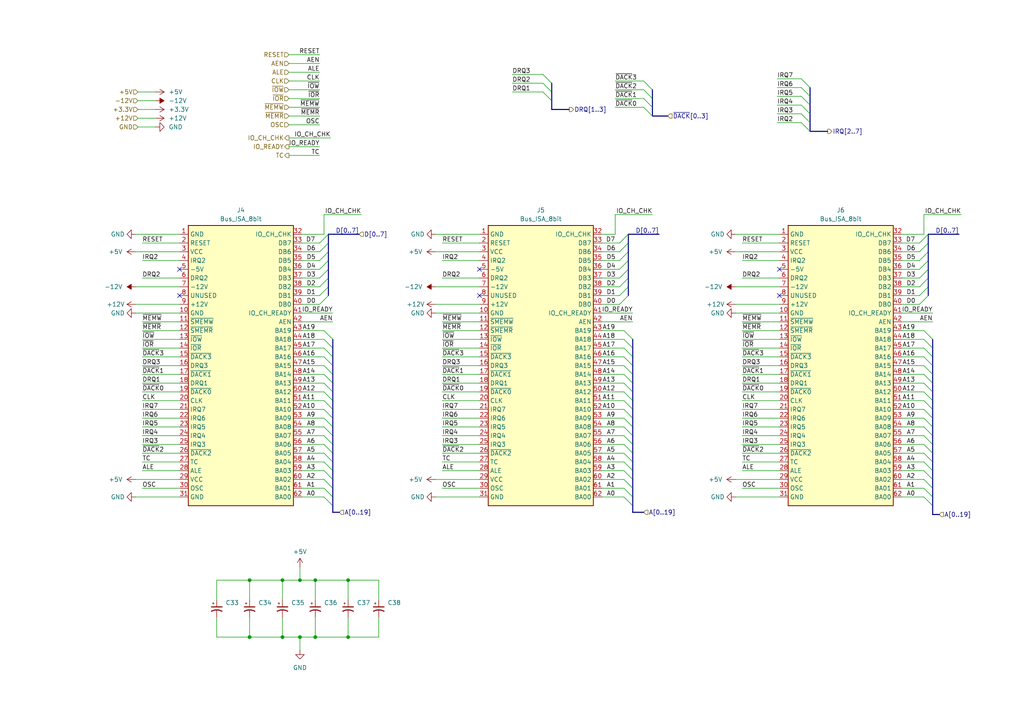
<source format=kicad_sch>
(kicad_sch (version 20231120) (generator "eeschema") (generator_version "8.0")
  (paper "A4")
  (lib_symbols
    (symbol "Custom:Bus_ISA_8bit_Host"
      (property "Reference" "J" (at 0 42.545 0))
      (property "Value" "Bus_ISA_8bit_Host" (at 0 -42.545 0))
      (symbol "Bus_ISA_8bit_Host_0_1"
        (rectangle (start -15.24 40.64) (end 15.24 -40.64) (stroke (width 0.254)) (fill (type background)))
      )
      (symbol "Bus_ISA_8bit_Host_1_1"
        (pin power_in line (at -17.78 38.1 0) (length 2.54) (name "GND") (number "1"))
        (pin power_in line (at -17.78 15.24 0) (length 2.54) (name "GND") (number "10"))
        (pin input line (at -17.78 12.7 0) (length 2.54) (name "~{SMEMW}") (number "11"))
        (pin input line (at -17.78 10.16 0) (length 2.54) (name "~{SMEMR}") (number "12"))
        (pin input line (at -17.78 7.62 0) (length 2.54) (name "~{IOW}") (number "13"))
        (pin input line (at -17.78 5.08 0) (length 2.54) (name "~{IOR}") (number "14"))
        (pin input line (at -17.78 2.54 0) (length 2.54) (name "~{DACK3}") (number "15"))
        (pin tri_state line (at -17.78 0 0) (length 2.54) (name "DRQ3") (number "16"))
        (pin input line (at -17.78 -2.54 0) (length 2.54) (name "~{DACK1}") (number "17"))
        (pin tri_state line (at -17.78 -5.08 0) (length 2.54) (name "DRQ1") (number "18"))
        (pin input line (at -17.78 -7.62 0) (length 2.54) (name "~{DACK0}") (number "19"))
        (pin input line (at -17.78 35.56 0) (length 2.54) (name "RESET") (number "2"))
        (pin input line (at -17.78 -10.16 0) (length 2.54) (name "CLK") (number "20"))
        (pin tri_state line (at -17.78 -12.7 0) (length 2.54) (name "IRQ7") (number "21"))
        (pin tri_state line (at -17.78 -15.24 0) (length 2.54) (name "IRQ6") (number "22"))
        (pin tri_state line (at -17.78 -17.78 0) (length 2.54) (name "IRQ5") (number "23"))
        (pin tri_state line (at -17.78 -20.32 0) (length 2.54) (name "IRQ4") (number "24"))
        (pin tri_state line (at -17.78 -22.86 0) (length 2.54) (name "IRQ3") (number "25"))
        (pin input line (at -17.78 -25.4 0) (length 2.54) (name "~{DACK2}") (number "26"))
        (pin input line (at -17.78 -27.94 0) (length 2.54) (name "TC") (number "27"))
        (pin input line (at -17.78 -30.48 0) (length 2.54) (name "ALE") (number "28"))
        (pin power_in line (at -17.78 -33.02 0) (length 2.54) (name "VCC") (number "29"))
        (pin power_in line (at -17.78 33.02 0) (length 2.54) (name "VCC") (number "3"))
        (pin input line (at -17.78 -35.56 0) (length 2.54) (name "OSC") (number "30"))
        (pin power_in line (at -17.78 -38.1 0) (length 2.54) (name "GND") (number "31"))
        (pin tri_state line (at 17.78 38.1 180) (length 2.54) (name "IO_CH_CHK") (number "32"))
        (pin tri_state line (at 17.78 35.56 180) (length 2.54) (name "DB7") (number "33"))
        (pin tri_state line (at 17.78 33.02 180) (length 2.54) (name "DB6") (number "34"))
        (pin tri_state line (at 17.78 30.48 180) (length 2.54) (name "DB5") (number "35"))
        (pin tri_state line (at 17.78 27.94 180) (length 2.54) (name "DB4") (number "36"))
        (pin tri_state line (at 17.78 25.4 180) (length 2.54) (name "DB3") (number "37"))
        (pin tri_state line (at 17.78 22.86 180) (length 2.54) (name "DB2") (number "38"))
        (pin tri_state line (at 17.78 20.32 180) (length 2.54) (name "DB1") (number "39"))
        (pin tri_state line (at -17.78 30.48 0) (length 2.54) (name "IRQ2") (number "4"))
        (pin tri_state line (at 17.78 17.78 180) (length 2.54) (name "DB0") (number "40"))
        (pin tri_state line (at 17.78 15.24 180) (length 2.54) (name "IO_CH_READY") (number "41"))
        (pin input line (at 17.78 12.7 180) (length 2.54) (name "AEN") (number "42"))
        (pin tri_state line (at 17.78 10.16 180) (length 2.54) (name "BA19") (number "43"))
        (pin tri_state line (at 17.78 7.62 180) (length 2.54) (name "BA18") (number "44"))
        (pin tri_state line (at 17.78 5.08 180) (length 2.54) (name "BA17") (number "45"))
        (pin tri_state line (at 17.78 2.54 180) (length 2.54) (name "BA16") (number "46"))
        (pin tri_state line (at 17.78 0 180) (length 2.54) (name "BA15") (number "47"))
        (pin tri_state line (at 17.78 -2.54 180) (length 2.54) (name "BA14") (number "48"))
        (pin tri_state line (at 17.78 -5.08 180) (length 2.54) (name "BA13") (number "49"))
        (pin power_in line (at -17.78 27.94 0) (length 2.54) (name "-5V") (number "5"))
        (pin tri_state line (at 17.78 -7.62 180) (length 2.54) (name "BA12") (number "50"))
        (pin tri_state line (at 17.78 -10.16 180) (length 2.54) (name "BA11") (number "51"))
        (pin tri_state line (at 17.78 -12.7 180) (length 2.54) (name "BA10") (number "52"))
        (pin tri_state line (at 17.78 -15.24 180) (length 2.54) (name "BA09") (number "53"))
        (pin tri_state line (at 17.78 -17.78 180) (length 2.54) (name "BA08") (number "54"))
        (pin tri_state line (at 17.78 -20.32 180) (length 2.54) (name "BA07") (number "55"))
        (pin tri_state line (at 17.78 -22.86 180) (length 2.54) (name "BA06") (number "56"))
        (pin tri_state line (at 17.78 -25.4 180) (length 2.54) (name "BA05") (number "57"))
        (pin tri_state line (at 17.78 -27.94 180) (length 2.54) (name "BA04") (number "58"))
        (pin tri_state line (at 17.78 -30.48 180) (length 2.54) (name "BA03") (number "59"))
        (pin tri_state line (at -17.78 25.4 0) (length 2.54) (name "DRQ2") (number "6"))
        (pin tri_state line (at 17.78 -33.02 180) (length 2.54) (name "BA02") (number "60"))
        (pin tri_state line (at 17.78 -35.56 180) (length 2.54) (name "BA01") (number "61"))
        (pin tri_state line (at 17.78 -38.1 180) (length 2.54) (name "BA00") (number "62"))
        (pin power_in line (at -17.78 22.86 0) (length 2.54) (name "-12V") (number "7"))
        (pin passive line (at -17.78 20.32 0) (length 2.54) (name "UNUSED") (number "8"))
        (pin power_in line (at -17.78 17.78 0) (length 2.54) (name "+12V") (number "9"))
      )
    )
    (symbol "Device:C_Polarized_Small_US" (pin_numbers hide) (pin_names (offset 0.254) hide)
      (property "Reference" "C" (at 0.254 1.778 0))
      (property "Value" "C_Polarized_Small_US" (at 0.254 -2.032 0))
      (symbol "C_Polarized_Small_US_0_1"
        (polyline (pts (xy -1.524 0.508) (xy 1.524 0.508)) (stroke (width 0.3048)))
        (polyline (pts (xy -1.27 1.524) (xy -0.762 1.524)))
        (polyline (pts (xy -1.016 1.27) (xy -1.016 1.778)))
        (arc (start 1.524 -0.762) (mid 0 -0.3734) (end -1.524 -0.762) (stroke (width 0.3048)))
      )
      (symbol "C_Polarized_Small_US_1_1"
        (pin passive line (at 0 2.54 270) (length 2.032) (name "~") (number "1"))
        (pin passive line (at 0 -2.54 90) (length 2.032) (name "~") (number "2"))
      )
    )
    (symbol "power:+12V" (power) (pin_names (offset 0))
      (property "Value" "+12V" (at 0 3.556 0))
      (symbol "+12V_0_1"
        (polyline (pts (xy -0.762 1.27) (xy 0 2.54)))
        (polyline (pts (xy 0 0) (xy 0 2.54)))
        (polyline (pts (xy 0 2.54) (xy 0.762 1.27)))
      )
      (symbol "+12V_1_1"
        (pin power_in line (at 0 0 90) (length 0) hide (name "+12V") (number "1"))
      )
    )
    (symbol "power:+3.3V" (power) (pin_names (offset 0))
      (property "Value" "+3.3V" (at 0 3.556 0))
      (symbol "+3.3V_0_1"
        (polyline (pts (xy -0.762 1.27) (xy 0 2.54)))
        (polyline (pts (xy 0 0) (xy 0 2.54)))
        (polyline (pts (xy 0 2.54) (xy 0.762 1.27)))
      )
      (symbol "+3.3V_1_1"
        (pin power_in line (at 0 0 90) (length 0) hide (name "+3.3V") (number "1"))
      )
    )
    (symbol "power:+5V" (power) (pin_names (offset 0))
      (property "Value" "+5V" (at 0 3.556 0))
      (symbol "+5V_0_1"
        (polyline (pts (xy -0.762 1.27) (xy 0 2.54)))
        (polyline (pts (xy 0 0) (xy 0 2.54)))
        (polyline (pts (xy 0 2.54) (xy 0.762 1.27)))
      )
      (symbol "+5V_1_1"
        (pin power_in line (at 0 0 90) (length 0) hide (name "+5V") (number "1"))
      )
    )
    (symbol "power:-12V" (power) (pin_names (offset 0))
      (property "Value" "-12V" (at 0 3.81 0))
      (symbol "-12V_0_0"
        (pin power_in line (at 0 0 90) (length 0) hide (name "-12V") (number "1"))
      )
      (symbol "-12V_0_1"
        (polyline (pts (xy 0 0) (xy 0 1.27) (xy 0.762 1.27) (xy 0 2.54) (xy -0.762 1.27) (xy 0 1.27)) (fill (type outline)))
      )
    )
    (symbol "power:GND" (power) (pin_names (offset 0))
      (property "Value" "GND" (at 0 -3.81 0))
      (symbol "GND_0_1"
        (polyline (pts (xy 0 0) (xy 0 -1.27) (xy 1.27 -1.27) (xy 0 -2.54) (xy -1.27 -1.27) (xy 0 -1.27)))
      )
      (symbol "GND_1_1"
        (pin power_in line (at 0 0 270) (length 0) hide (name "GND") (number "1"))
      )
    )
  )
  (junction (at 100.965 168.275))
  (junction (at 91.44 184.785))
  (junction (at 72.39 168.275))
  (junction (at 86.995 168.275))
  (junction (at 86.995 184.785))
  (junction (at 91.44 168.275))
  (junction (at 72.39 184.785))
  (junction (at 81.915 184.785))
  (junction (at 100.965 184.785))
  (junction (at 81.915 168.275))
  (no_connect (at 226.06 78.105))
  (no_connect (at 52.07 78.105))
  (no_connect (at 139.065 78.105))
  (no_connect (at 139.065 85.725))
  (no_connect (at 52.07 85.725))
  (no_connect (at 226.06 85.725))
  (bus_entry (at 183.515 100.965) (size -2.54 -2.54))
  (bus_entry (at 96.52 116.205) (size -2.54 -2.54))
  (bus_entry (at 266.7 78.105) (size 2.54 -2.54))
  (bus_entry (at 96.52 141.605) (size -2.54 -2.54))
  (bus_entry (at 183.515 113.665) (size -2.54 -2.54))
  (bus_entry (at 266.7 75.565) (size 2.54 -2.54))
  (bus_entry (at 183.515 108.585) (size -2.54 -2.54))
  (bus_entry (at 270.51 141.605) (size -2.54 -2.54))
  (bus_entry (at 186.69 23.495) (size 2.54 2.54))
  (bus_entry (at 179.705 75.565) (size 2.54 -2.54))
  (bus_entry (at 179.705 83.185) (size 2.54 -2.54))
  (bus_entry (at 96.52 98.425) (size -2.54 -2.54))
  (bus_entry (at 270.51 116.205) (size -2.54 -2.54))
  (bus_entry (at 232.41 27.94) (size 2.54 2.54))
  (bus_entry (at 92.71 80.645) (size 2.54 -2.54))
  (bus_entry (at 270.51 103.505) (size -2.54 -2.54))
  (bus_entry (at 270.51 131.445) (size -2.54 -2.54))
  (bus_entry (at 183.515 121.285) (size -2.54 -2.54))
  (bus_entry (at 270.51 144.145) (size -2.54 -2.54))
  (bus_entry (at 270.51 106.045) (size -2.54 -2.54))
  (bus_entry (at 157.48 21.59) (size 2.54 2.54))
  (bus_entry (at 186.69 28.575) (size 2.54 2.54))
  (bus_entry (at 96.52 108.585) (size -2.54 -2.54))
  (bus_entry (at 183.515 141.605) (size -2.54 -2.54))
  (bus_entry (at 270.51 133.985) (size -2.54 -2.54))
  (bus_entry (at 96.52 144.145) (size -2.54 -2.54))
  (bus_entry (at 183.515 126.365) (size -2.54 -2.54))
  (bus_entry (at 270.51 139.065) (size -2.54 -2.54))
  (bus_entry (at 183.515 116.205) (size -2.54 -2.54))
  (bus_entry (at 92.71 83.185) (size 2.54 -2.54))
  (bus_entry (at 270.51 121.285) (size -2.54 -2.54))
  (bus_entry (at 157.48 24.13) (size 2.54 2.54))
  (bus_entry (at 183.515 128.905) (size -2.54 -2.54))
  (bus_entry (at 270.51 136.525) (size -2.54 -2.54))
  (bus_entry (at 270.51 118.745) (size -2.54 -2.54))
  (bus_entry (at 96.52 103.505) (size -2.54 -2.54))
  (bus_entry (at 96.52 128.905) (size -2.54 -2.54))
  (bus_entry (at 232.41 33.02) (size 2.54 2.54))
  (bus_entry (at 232.41 30.48) (size 2.54 2.54))
  (bus_entry (at 266.7 80.645) (size 2.54 -2.54))
  (bus_entry (at 179.705 73.025) (size 2.54 -2.54))
  (bus_entry (at 266.7 73.025) (size 2.54 -2.54))
  (bus_entry (at 96.52 123.825) (size -2.54 -2.54))
  (bus_entry (at 183.515 144.145) (size -2.54 -2.54))
  (bus_entry (at 96.52 111.125) (size -2.54 -2.54))
  (bus_entry (at 96.52 131.445) (size -2.54 -2.54))
  (bus_entry (at 270.51 146.685) (size -2.54 -2.54))
  (bus_entry (at 92.71 73.025) (size 2.54 -2.54))
  (bus_entry (at 96.52 126.365) (size -2.54 -2.54))
  (bus_entry (at 186.69 26.035) (size 2.54 2.54))
  (bus_entry (at 96.52 133.985) (size -2.54 -2.54))
  (bus_entry (at 183.515 123.825) (size -2.54 -2.54))
  (bus_entry (at 183.515 146.685) (size -2.54 -2.54))
  (bus_entry (at 266.7 83.185) (size 2.54 -2.54))
  (bus_entry (at 92.71 78.105) (size 2.54 -2.54))
  (bus_entry (at 96.52 136.525) (size -2.54 -2.54))
  (bus_entry (at 92.71 88.265) (size 2.54 -2.54))
  (bus_entry (at 179.705 80.645) (size 2.54 -2.54))
  (bus_entry (at 270.51 100.965) (size -2.54 -2.54))
  (bus_entry (at 96.52 146.685) (size -2.54 -2.54))
  (bus_entry (at 270.51 123.825) (size -2.54 -2.54))
  (bus_entry (at 183.515 131.445) (size -2.54 -2.54))
  (bus_entry (at 270.51 126.365) (size -2.54 -2.54))
  (bus_entry (at 96.52 113.665) (size -2.54 -2.54))
  (bus_entry (at 232.41 22.86) (size 2.54 2.54))
  (bus_entry (at 183.515 139.065) (size -2.54 -2.54))
  (bus_entry (at 270.51 128.905) (size -2.54 -2.54))
  (bus_entry (at 92.71 75.565) (size 2.54 -2.54))
  (bus_entry (at 179.705 78.105) (size 2.54 -2.54))
  (bus_entry (at 232.41 35.56) (size 2.54 2.54))
  (bus_entry (at 179.705 85.725) (size 2.54 -2.54))
  (bus_entry (at 183.515 133.985) (size -2.54 -2.54))
  (bus_entry (at 266.7 70.485) (size 2.54 -2.54))
  (bus_entry (at 232.41 25.4) (size 2.54 2.54))
  (bus_entry (at 183.515 103.505) (size -2.54 -2.54))
  (bus_entry (at 183.515 106.045) (size -2.54 -2.54))
  (bus_entry (at 183.515 98.425) (size -2.54 -2.54))
  (bus_entry (at 266.7 88.265) (size 2.54 -2.54))
  (bus_entry (at 183.515 111.125) (size -2.54 -2.54))
  (bus_entry (at 183.515 118.745) (size -2.54 -2.54))
  (bus_entry (at 270.51 113.665) (size -2.54 -2.54))
  (bus_entry (at 157.48 26.67) (size 2.54 2.54))
  (bus_entry (at 266.7 85.725) (size 2.54 -2.54))
  (bus_entry (at 92.71 70.485) (size 2.54 -2.54))
  (bus_entry (at 270.51 98.425) (size -2.54 -2.54))
  (bus_entry (at 179.705 70.485) (size 2.54 -2.54))
  (bus_entry (at 179.705 88.265) (size 2.54 -2.54))
  (bus_entry (at 96.52 118.745) (size -2.54 -2.54))
  (bus_entry (at 96.52 139.065) (size -2.54 -2.54))
  (bus_entry (at 186.69 31.115) (size 2.54 2.54))
  (bus_entry (at 92.71 85.725) (size 2.54 -2.54))
  (bus_entry (at 96.52 121.285) (size -2.54 -2.54))
  (bus_entry (at 183.515 136.525) (size -2.54 -2.54))
  (bus_entry (at 96.52 100.965) (size -2.54 -2.54))
  (bus_entry (at 96.52 106.045) (size -2.54 -2.54))
  (bus_entry (at 270.51 111.125) (size -2.54 -2.54))
  (bus_entry (at 270.51 108.585) (size -2.54 -2.54))
  (wire (pts (xy 62.865 173.99) (xy 62.865 168.275)))
  (wire (pts (xy 128.27 108.585) (xy 139.065 108.585)))
  (wire (pts (xy 83.82 31.115) (xy 92.71 31.115)))
  (bus (pts (xy 183.515 100.965) (xy 183.515 103.505)))
  (wire (pts (xy 180.975 139.065) (xy 174.625 139.065)))
  (bus (pts (xy 95.25 78.105) (xy 95.25 75.565)))
  (wire (pts (xy 62.865 179.07) (xy 62.865 184.785)))
  (wire (pts (xy 180.975 116.205) (xy 174.625 116.205)))
  (bus (pts (xy 270.51 146.685) (xy 270.51 149.225)))
  (wire (pts (xy 128.27 133.985) (xy 139.065 133.985)))
  (wire (pts (xy 225.425 30.48) (xy 232.41 30.48)))
  (wire (pts (xy 267.97 111.125) (xy 261.62 111.125)))
  (wire (pts (xy 91.44 168.275) (xy 100.965 168.275)))
  (wire (pts (xy 128.27 106.045) (xy 139.065 106.045)))
  (wire (pts (xy 72.39 179.07) (xy 72.39 184.785)))
  (wire (pts (xy 174.625 78.105) (xy 179.705 78.105)))
  (wire (pts (xy 93.98 136.525) (xy 87.63 136.525)))
  (bus (pts (xy 182.245 78.105) (xy 182.245 75.565)))
  (wire (pts (xy 87.63 85.725) (xy 92.71 85.725)))
  (bus (pts (xy 234.95 33.02) (xy 234.95 35.56)))
  (wire (pts (xy 93.98 62.23) (xy 104.775 62.23)))
  (wire (pts (xy 174.625 70.485) (xy 179.705 70.485)))
  (wire (pts (xy 225.425 33.02) (xy 232.41 33.02)))
  (wire (pts (xy 41.275 116.205) (xy 52.07 116.205)))
  (wire (pts (xy 83.82 28.575) (xy 92.71 28.575)))
  (bus (pts (xy 270.51 136.525) (xy 270.51 139.065)))
  (wire (pts (xy 180.975 100.965) (xy 174.625 100.965)))
  (wire (pts (xy 128.27 75.565) (xy 139.065 75.565)))
  (wire (pts (xy 261.62 80.645) (xy 266.7 80.645)))
  (wire (pts (xy 93.98 108.585) (xy 87.63 108.585)))
  (bus (pts (xy 270.51 113.665) (xy 270.51 116.205)))
  (bus (pts (xy 96.52 123.825) (xy 96.52 126.365)))
  (wire (pts (xy 39.37 144.145) (xy 52.07 144.145)))
  (wire (pts (xy 41.275 133.985) (xy 52.07 133.985)))
  (wire (pts (xy 215.265 121.285) (xy 226.06 121.285)))
  (wire (pts (xy 128.27 80.645) (xy 139.065 80.645)))
  (bus (pts (xy 183.515 139.065) (xy 183.515 141.605)))
  (wire (pts (xy 215.265 118.745) (xy 226.06 118.745)))
  (wire (pts (xy 100.965 179.07) (xy 100.965 184.785)))
  (bus (pts (xy 95.25 80.645) (xy 95.25 78.105)))
  (bus (pts (xy 270.51 141.605) (xy 270.51 144.145)))
  (wire (pts (xy 267.97 128.905) (xy 261.62 128.905)))
  (wire (pts (xy 267.97 118.745) (xy 261.62 118.745)))
  (wire (pts (xy 83.82 23.495) (xy 92.71 23.495)))
  (wire (pts (xy 93.98 67.945) (xy 87.63 67.945)))
  (wire (pts (xy 39.37 73.025) (xy 52.07 73.025)))
  (wire (pts (xy 93.98 133.985) (xy 87.63 133.985)))
  (wire (pts (xy 267.97 62.23) (xy 278.765 62.23)))
  (wire (pts (xy 128.27 98.425) (xy 139.065 98.425)))
  (wire (pts (xy 81.915 184.785) (xy 86.995 184.785)))
  (bus (pts (xy 98.425 148.59) (xy 96.52 148.59)))
  (bus (pts (xy 182.245 73.025) (xy 182.245 70.485)))
  (wire (pts (xy 148.59 21.59) (xy 157.48 21.59)))
  (wire (pts (xy 213.36 88.265) (xy 226.06 88.265)))
  (wire (pts (xy 267.97 131.445) (xy 261.62 131.445)))
  (wire (pts (xy 41.275 95.885) (xy 52.07 95.885)))
  (wire (pts (xy 267.97 141.605) (xy 261.62 141.605)))
  (wire (pts (xy 41.275 100.965) (xy 52.07 100.965)))
  (bus (pts (xy 183.515 116.205) (xy 183.515 118.745)))
  (wire (pts (xy 128.27 128.905) (xy 139.065 128.905)))
  (bus (pts (xy 96.52 141.605) (xy 96.52 144.145)))
  (wire (pts (xy 128.27 121.285) (xy 139.065 121.285)))
  (wire (pts (xy 174.625 80.645) (xy 179.705 80.645)))
  (bus (pts (xy 183.515 98.425) (xy 183.515 100.965)))
  (wire (pts (xy 87.63 83.185) (xy 92.71 83.185)))
  (wire (pts (xy 178.435 26.035) (xy 186.69 26.035)))
  (wire (pts (xy 215.265 113.665) (xy 226.06 113.665)))
  (wire (pts (xy 83.82 15.875) (xy 92.71 15.875)))
  (wire (pts (xy 128.27 100.965) (xy 139.065 100.965)))
  (wire (pts (xy 174.625 73.025) (xy 179.705 73.025)))
  (bus (pts (xy 270.51 133.985) (xy 270.51 136.525)))
  (bus (pts (xy 270.51 144.145) (xy 270.51 146.685)))
  (wire (pts (xy 128.27 113.665) (xy 139.065 113.665)))
  (bus (pts (xy 160.02 31.75) (xy 165.1 31.75)))
  (wire (pts (xy 215.265 70.485) (xy 226.06 70.485)))
  (wire (pts (xy 261.62 83.185) (xy 266.7 83.185)))
  (wire (pts (xy 180.975 113.665) (xy 174.625 113.665)))
  (wire (pts (xy 39.37 83.185) (xy 52.07 83.185)))
  (bus (pts (xy 234.95 35.56) (xy 234.95 38.1)))
  (bus (pts (xy 183.515 133.985) (xy 183.515 136.525)))
  (wire (pts (xy 178.435 23.495) (xy 186.69 23.495)))
  (bus (pts (xy 96.52 136.525) (xy 96.52 139.065)))
  (wire (pts (xy 91.44 179.07) (xy 91.44 184.785)))
  (wire (pts (xy 86.995 168.275) (xy 91.44 168.275)))
  (wire (pts (xy 93.98 144.145) (xy 87.63 144.145)))
  (bus (pts (xy 183.515 128.905) (xy 183.515 131.445)))
  (wire (pts (xy 40.005 36.83) (xy 45.085 36.83)))
  (wire (pts (xy 215.265 75.565) (xy 226.06 75.565)))
  (bus (pts (xy 96.52 133.985) (xy 96.52 136.525)))
  (wire (pts (xy 87.63 75.565) (xy 92.71 75.565)))
  (bus (pts (xy 96.52 131.445) (xy 96.52 133.985)))
  (wire (pts (xy 261.62 93.345) (xy 270.51 93.345)))
  (wire (pts (xy 128.27 136.525) (xy 139.065 136.525)))
  (wire (pts (xy 81.915 179.07) (xy 81.915 184.785)))
  (bus (pts (xy 183.515 106.045) (xy 183.515 108.585)))
  (wire (pts (xy 178.435 62.23) (xy 189.23 62.23)))
  (wire (pts (xy 180.975 133.985) (xy 174.625 133.985)))
  (bus (pts (xy 95.25 70.485) (xy 95.25 67.945)))
  (wire (pts (xy 267.97 116.205) (xy 261.62 116.205)))
  (wire (pts (xy 267.97 144.145) (xy 261.62 144.145)))
  (wire (pts (xy 83.82 33.655) (xy 92.71 33.655)))
  (wire (pts (xy 267.97 121.285) (xy 261.62 121.285)))
  (wire (pts (xy 215.265 95.885) (xy 226.06 95.885)))
  (wire (pts (xy 174.625 90.805) (xy 183.515 90.805)))
  (bus (pts (xy 182.245 70.485) (xy 182.245 67.945)))
  (wire (pts (xy 81.915 168.275) (xy 86.995 168.275)))
  (bus (pts (xy 183.515 136.525) (xy 183.515 139.065)))
  (wire (pts (xy 215.265 80.645) (xy 226.06 80.645)))
  (wire (pts (xy 41.275 93.345) (xy 52.07 93.345)))
  (bus (pts (xy 96.52 146.685) (xy 96.52 148.59)))
  (wire (pts (xy 215.265 141.605) (xy 226.06 141.605)))
  (wire (pts (xy 215.265 100.965) (xy 226.06 100.965)))
  (wire (pts (xy 41.275 126.365) (xy 52.07 126.365)))
  (wire (pts (xy 83.82 36.195) (xy 92.71 36.195)))
  (wire (pts (xy 128.27 103.505) (xy 139.065 103.505)))
  (wire (pts (xy 91.44 173.99) (xy 91.44 168.275)))
  (wire (pts (xy 40.005 26.67) (xy 45.085 26.67)))
  (wire (pts (xy 93.98 141.605) (xy 87.63 141.605)))
  (bus (pts (xy 183.515 144.145) (xy 183.515 146.685)))
  (wire (pts (xy 215.265 126.365) (xy 226.06 126.365)))
  (bus (pts (xy 96.52 113.665) (xy 96.52 116.205)))
  (wire (pts (xy 215.265 98.425) (xy 226.06 98.425)))
  (wire (pts (xy 178.435 31.115) (xy 186.69 31.115)))
  (bus (pts (xy 270.51 121.285) (xy 270.51 123.825)))
  (wire (pts (xy 225.425 27.94) (xy 232.41 27.94)))
  (wire (pts (xy 225.425 25.4) (xy 232.41 25.4)))
  (wire (pts (xy 126.365 144.145) (xy 139.065 144.145)))
  (wire (pts (xy 128.27 131.445) (xy 139.065 131.445)))
  (bus (pts (xy 191.135 67.945) (xy 182.245 67.945)))
  (wire (pts (xy 267.97 67.945) (xy 261.62 67.945)))
  (bus (pts (xy 183.515 118.745) (xy 183.515 121.285)))
  (bus (pts (xy 183.515 131.445) (xy 183.515 133.985)))
  (wire (pts (xy 180.975 108.585) (xy 174.625 108.585)))
  (wire (pts (xy 41.275 113.665) (xy 52.07 113.665)))
  (wire (pts (xy 261.62 88.265) (xy 266.7 88.265)))
  (wire (pts (xy 41.275 80.645) (xy 52.07 80.645)))
  (bus (pts (xy 183.515 146.685) (xy 183.515 148.59)))
  (wire (pts (xy 81.915 173.99) (xy 81.915 168.275)))
  (wire (pts (xy 180.975 141.605) (xy 174.625 141.605)))
  (wire (pts (xy 93.98 98.425) (xy 87.63 98.425)))
  (wire (pts (xy 213.36 67.945) (xy 226.06 67.945)))
  (wire (pts (xy 126.365 73.025) (xy 139.065 73.025)))
  (bus (pts (xy 269.24 80.645) (xy 269.24 78.105)))
  (wire (pts (xy 93.98 103.505) (xy 87.63 103.505)))
  (wire (pts (xy 215.265 128.905) (xy 226.06 128.905)))
  (wire (pts (xy 93.98 126.365) (xy 87.63 126.365)))
  (wire (pts (xy 109.855 173.99) (xy 109.855 168.275)))
  (bus (pts (xy 183.515 141.605) (xy 183.515 144.145)))
  (bus (pts (xy 96.52 128.905) (xy 96.52 131.445)))
  (wire (pts (xy 267.97 113.665) (xy 261.62 113.665)))
  (wire (pts (xy 215.265 123.825) (xy 226.06 123.825)))
  (wire (pts (xy 83.82 20.955) (xy 92.71 20.955)))
  (bus (pts (xy 160.02 29.21) (xy 160.02 31.75)))
  (bus (pts (xy 183.515 111.125) (xy 183.515 113.665)))
  (wire (pts (xy 174.625 85.725) (xy 179.705 85.725)))
  (bus (pts (xy 183.515 108.585) (xy 183.515 111.125)))
  (wire (pts (xy 41.275 106.045) (xy 52.07 106.045)))
  (bus (pts (xy 186.69 148.59) (xy 183.515 148.59)))
  (wire (pts (xy 40.005 34.29) (xy 45.085 34.29)))
  (bus (pts (xy 183.515 121.285) (xy 183.515 123.825)))
  (wire (pts (xy 62.865 168.275) (xy 72.39 168.275)))
  (wire (pts (xy 87.63 80.645) (xy 92.71 80.645)))
  (wire (pts (xy 39.37 67.945) (xy 52.07 67.945)))
  (wire (pts (xy 178.435 62.23) (xy 178.435 67.945)))
  (bus (pts (xy 270.51 118.745) (xy 270.51 121.285)))
  (wire (pts (xy 100.965 184.785) (xy 109.855 184.785)))
  (bus (pts (xy 234.95 38.1) (xy 240.03 38.1)))
  (wire (pts (xy 93.98 131.445) (xy 87.63 131.445)))
  (wire (pts (xy 267.97 98.425) (xy 261.62 98.425)))
  (wire (pts (xy 40.005 31.75) (xy 45.085 31.75)))
  (bus (pts (xy 269.24 73.025) (xy 269.24 70.485)))
  (wire (pts (xy 41.275 128.905) (xy 52.07 128.905)))
  (wire (pts (xy 128.27 141.605) (xy 139.065 141.605)))
  (wire (pts (xy 215.265 111.125) (xy 226.06 111.125)))
  (wire (pts (xy 41.275 111.125) (xy 52.07 111.125)))
  (bus (pts (xy 270.51 126.365) (xy 270.51 128.905)))
  (wire (pts (xy 180.975 144.145) (xy 174.625 144.145)))
  (wire (pts (xy 180.975 131.445) (xy 174.625 131.445)))
  (wire (pts (xy 213.36 73.025) (xy 226.06 73.025)))
  (bus (pts (xy 234.95 27.94) (xy 234.95 30.48)))
  (bus (pts (xy 278.13 67.945) (xy 269.24 67.945)))
  (wire (pts (xy 267.97 123.825) (xy 261.62 123.825)))
  (bus (pts (xy 183.515 113.665) (xy 183.515 116.205)))
  (bus (pts (xy 95.25 83.185) (xy 95.25 80.645)))
  (wire (pts (xy 93.98 128.905) (xy 87.63 128.905)))
  (wire (pts (xy 41.275 121.285) (xy 52.07 121.285)))
  (bus (pts (xy 270.51 98.425) (xy 270.51 100.965)))
  (bus (pts (xy 189.23 31.115) (xy 189.23 33.655)))
  (bus (pts (xy 234.95 25.4) (xy 234.95 27.94)))
  (wire (pts (xy 93.98 116.205) (xy 87.63 116.205)))
  (wire (pts (xy 41.275 103.505) (xy 52.07 103.505)))
  (bus (pts (xy 269.24 78.105) (xy 269.24 75.565)))
  (wire (pts (xy 267.97 62.23) (xy 267.97 67.945)))
  (wire (pts (xy 93.98 118.745) (xy 87.63 118.745)))
  (wire (pts (xy 148.59 24.13) (xy 157.48 24.13)))
  (wire (pts (xy 72.39 184.785) (xy 81.915 184.785)))
  (wire (pts (xy 100.965 168.275) (xy 109.855 168.275)))
  (wire (pts (xy 93.98 100.965) (xy 87.63 100.965)))
  (wire (pts (xy 128.27 123.825) (xy 139.065 123.825)))
  (bus (pts (xy 96.52 103.505) (xy 96.52 106.045)))
  (wire (pts (xy 261.62 75.565) (xy 266.7 75.565)))
  (bus (pts (xy 96.52 121.285) (xy 96.52 123.825)))
  (wire (pts (xy 126.365 139.065) (xy 139.065 139.065)))
  (bus (pts (xy 96.52 126.365) (xy 96.52 128.905)))
  (wire (pts (xy 100.965 173.99) (xy 100.965 168.275)))
  (wire (pts (xy 267.97 100.965) (xy 261.62 100.965)))
  (wire (pts (xy 83.82 40.005) (xy 95.885 40.005)))
  (wire (pts (xy 86.995 184.785) (xy 91.44 184.785)))
  (wire (pts (xy 215.265 131.445) (xy 226.06 131.445)))
  (wire (pts (xy 126.365 88.265) (xy 139.065 88.265)))
  (wire (pts (xy 225.425 22.86) (xy 232.41 22.86)))
  (bus (pts (xy 96.52 100.965) (xy 96.52 103.505)))
  (wire (pts (xy 40.005 29.21) (xy 45.085 29.21)))
  (wire (pts (xy 83.82 26.035) (xy 92.71 26.035)))
  (bus (pts (xy 270.51 139.065) (xy 270.51 141.605)))
  (wire (pts (xy 93.98 121.285) (xy 87.63 121.285)))
  (wire (pts (xy 261.62 90.805) (xy 270.51 90.805)))
  (wire (pts (xy 87.63 90.805) (xy 96.52 90.805)))
  (wire (pts (xy 86.995 184.785) (xy 86.995 188.595)))
  (wire (pts (xy 41.275 98.425) (xy 52.07 98.425)))
  (wire (pts (xy 128.27 111.125) (xy 139.065 111.125)))
  (wire (pts (xy 83.82 18.415) (xy 92.71 18.415)))
  (bus (pts (xy 96.52 106.045) (xy 96.52 108.585)))
  (wire (pts (xy 87.63 88.265) (xy 92.71 88.265)))
  (bus (pts (xy 182.245 85.725) (xy 182.245 83.185)))
  (wire (pts (xy 213.36 139.065) (xy 226.06 139.065)))
  (bus (pts (xy 95.25 73.025) (xy 95.25 70.485)))
  (wire (pts (xy 128.27 116.205) (xy 139.065 116.205)))
  (wire (pts (xy 91.44 184.785) (xy 100.965 184.785)))
  (wire (pts (xy 41.275 136.525) (xy 52.07 136.525)))
  (wire (pts (xy 87.63 93.345) (xy 96.52 93.345)))
  (wire (pts (xy 126.365 90.805) (xy 139.065 90.805)))
  (wire (pts (xy 174.625 83.185) (xy 179.705 83.185)))
  (bus (pts (xy 96.52 98.425) (xy 96.52 100.965)))
  (wire (pts (xy 128.27 118.745) (xy 139.065 118.745)))
  (wire (pts (xy 267.97 106.045) (xy 261.62 106.045)))
  (wire (pts (xy 128.27 126.365) (xy 139.065 126.365)))
  (wire (pts (xy 261.62 70.485) (xy 266.7 70.485)))
  (bus (pts (xy 95.25 85.725) (xy 95.25 83.185)))
  (wire (pts (xy 126.365 67.945) (xy 139.065 67.945)))
  (wire (pts (xy 267.97 103.505) (xy 261.62 103.505)))
  (wire (pts (xy 93.98 62.23) (xy 93.98 67.945)))
  (wire (pts (xy 178.435 28.575) (xy 186.69 28.575)))
  (bus (pts (xy 270.51 116.205) (xy 270.51 118.745)))
  (wire (pts (xy 93.98 111.125) (xy 87.63 111.125)))
  (bus (pts (xy 160.02 26.67) (xy 160.02 29.21)))
  (wire (pts (xy 215.265 103.505) (xy 226.06 103.505)))
  (wire (pts (xy 39.37 88.265) (xy 52.07 88.265)))
  (bus (pts (xy 160.02 24.13) (xy 160.02 26.67)))
  (bus (pts (xy 270.51 100.965) (xy 270.51 103.505)))
  (wire (pts (xy 174.625 93.345) (xy 183.515 93.345)))
  (wire (pts (xy 267.97 139.065) (xy 261.62 139.065)))
  (bus (pts (xy 270.51 131.445) (xy 270.51 133.985)))
  (bus (pts (xy 96.52 108.585) (xy 96.52 111.125)))
  (bus (pts (xy 269.24 83.185) (xy 269.24 80.645)))
  (wire (pts (xy 180.975 95.885) (xy 174.625 95.885)))
  (wire (pts (xy 180.975 126.365) (xy 174.625 126.365)))
  (wire (pts (xy 213.36 83.185) (xy 226.06 83.185)))
  (wire (pts (xy 180.975 111.125) (xy 174.625 111.125)))
  (wire (pts (xy 41.275 118.745) (xy 52.07 118.745)))
  (bus (pts (xy 96.52 111.125) (xy 96.52 113.665)))
  (bus (pts (xy 270.51 111.125) (xy 270.51 113.665)))
  (wire (pts (xy 215.265 108.585) (xy 226.06 108.585)))
  (wire (pts (xy 267.97 136.525) (xy 261.62 136.525)))
  (wire (pts (xy 93.98 95.885) (xy 87.63 95.885)))
  (wire (pts (xy 178.435 67.945) (xy 174.625 67.945)))
  (wire (pts (xy 62.865 184.785) (xy 72.39 184.785)))
  (bus (pts (xy 95.25 75.565) (xy 95.25 73.025)))
  (bus (pts (xy 270.51 123.825) (xy 270.51 126.365)))
  (wire (pts (xy 39.37 139.065) (xy 52.07 139.065)))
  (wire (pts (xy 86.995 164.465) (xy 86.995 168.275)))
  (wire (pts (xy 180.975 106.045) (xy 174.625 106.045)))
  (wire (pts (xy 213.36 90.805) (xy 226.06 90.805)))
  (wire (pts (xy 72.39 173.99) (xy 72.39 168.275)))
  (bus (pts (xy 269.24 85.725) (xy 269.24 83.185)))
  (wire (pts (xy 180.975 123.825) (xy 174.625 123.825)))
  (bus (pts (xy 189.23 33.655) (xy 193.675 33.655)))
  (bus (pts (xy 182.245 83.185) (xy 182.245 80.645)))
  (bus (pts (xy 269.24 70.485) (xy 269.24 67.945)))
  (bus (pts (xy 189.23 26.035) (xy 189.23 28.575)))
  (wire (pts (xy 83.82 45.085) (xy 92.71 45.085)))
  (bus (pts (xy 96.52 118.745) (xy 96.52 121.285)))
  (wire (pts (xy 128.27 93.345) (xy 139.065 93.345)))
  (wire (pts (xy 72.39 168.275) (xy 81.915 168.275)))
  (wire (pts (xy 267.97 95.885) (xy 261.62 95.885)))
  (wire (pts (xy 87.63 78.105) (xy 92.71 78.105)))
  (wire (pts (xy 215.265 93.345) (xy 226.06 93.345)))
  (wire (pts (xy 128.27 70.485) (xy 139.065 70.485)))
  (bus (pts (xy 189.23 28.575) (xy 189.23 31.115)))
  (wire (pts (xy 267.97 133.985) (xy 261.62 133.985)))
  (wire (pts (xy 180.975 98.425) (xy 174.625 98.425)))
  (wire (pts (xy 215.265 136.525) (xy 226.06 136.525)))
  (wire (pts (xy 261.62 73.025) (xy 266.7 73.025)))
  (wire (pts (xy 41.275 108.585) (xy 52.07 108.585)))
  (wire (pts (xy 41.275 123.825) (xy 52.07 123.825)))
  (bus (pts (xy 96.52 116.205) (xy 96.52 118.745)))
  (bus (pts (xy 270.51 103.505) (xy 270.51 106.045)))
  (bus (pts (xy 182.245 80.645) (xy 182.245 78.105)))
  (wire (pts (xy 39.37 90.805) (xy 52.07 90.805)))
  (wire (pts (xy 180.975 121.285) (xy 174.625 121.285)))
  (bus (pts (xy 183.515 123.825) (xy 183.515 126.365)))
  (wire (pts (xy 267.97 108.585) (xy 261.62 108.585)))
  (bus (pts (xy 183.515 126.365) (xy 183.515 128.905)))
  (wire (pts (xy 148.59 26.67) (xy 157.48 26.67)))
  (wire (pts (xy 128.27 95.885) (xy 139.065 95.885)))
  (wire (pts (xy 126.365 83.185) (xy 139.065 83.185)))
  (wire (pts (xy 93.98 106.045) (xy 87.63 106.045)))
  (wire (pts (xy 174.625 75.565) (xy 179.705 75.565)))
  (wire (pts (xy 41.275 75.565) (xy 52.07 75.565)))
  (wire (pts (xy 180.975 118.745) (xy 174.625 118.745)))
  (wire (pts (xy 213.36 144.145) (xy 226.06 144.145)))
  (wire (pts (xy 87.63 70.485) (xy 92.71 70.485)))
  (wire (pts (xy 180.975 128.905) (xy 174.625 128.905)))
  (wire (pts (xy 93.98 139.065) (xy 87.63 139.065)))
  (wire (pts (xy 267.97 126.365) (xy 261.62 126.365)))
  (wire (pts (xy 215.265 106.045) (xy 226.06 106.045)))
  (bus (pts (xy 272.415 149.225) (xy 270.51 149.225)))
  (bus (pts (xy 96.52 144.145) (xy 96.52 146.685)))
  (wire (pts (xy 41.275 141.605) (xy 52.07 141.605)))
  (bus (pts (xy 270.51 106.045) (xy 270.51 108.585)))
  (bus (pts (xy 270.51 108.585) (xy 270.51 111.125)))
  (wire (pts (xy 83.82 42.545) (xy 92.71 42.545)))
  (wire (pts (xy 41.275 131.445) (xy 52.07 131.445)))
  (wire (pts (xy 93.98 113.665) (xy 87.63 113.665)))
  (bus (pts (xy 270.51 128.905) (xy 270.51 131.445)))
  (wire (pts (xy 261.62 85.725) (xy 266.7 85.725)))
  (bus (pts (xy 269.24 75.565) (xy 269.24 73.025)))
  (wire (pts (xy 87.63 73.025) (xy 92.71 73.025)))
  (wire (pts (xy 109.855 179.07) (xy 109.855 184.785)))
  (bus (pts (xy 96.52 139.065) (xy 96.52 141.605)))
  (wire (pts (xy 174.625 88.265) (xy 179.705 88.265)))
  (wire (pts (xy 180.975 136.525) (xy 174.625 136.525)))
  (bus (pts (xy 104.14 67.945) (xy 95.25 67.945)))
  (wire (pts (xy 41.275 70.485) (xy 52.07 70.485)))
  (bus (pts (xy 234.95 30.48) (xy 234.95 33.02)))
  (wire (pts (xy 215.265 116.205) (xy 226.06 116.205)))
  (bus (pts (xy 182.245 75.565) (xy 182.245 73.025)))
  (wire (pts (xy 93.98 123.825) (xy 87.63 123.825)))
  (bus (pts (xy 183.515 103.505) (xy 183.515 106.045)))
  (wire (pts (xy 215.265 133.985) (xy 226.06 133.985)))
  (wire (pts (xy 225.425 35.56) (xy 232.41 35.56)))
  (wire (pts (xy 261.62 78.105) (xy 266.7 78.105)))
  (wire (pts (xy 180.975 103.505) (xy 174.625 103.505)))
  (label "A19" (at 91.44 95.885 180))
  (label "~{DACK}3" (at 41.275 103.505 0))
  (label "~{MEMW}" (at 92.71 31.115 180))
  (label "IRQ6" (at 215.265 121.285 0))
  (label "RESET" (at 215.265 70.485 0))
  (label "AEN" (at 92.71 18.415 180))
  (label "~{IOR}" (at 215.265 100.965 0))
  (label "A6" (at 265.43 128.905 180))
  (label "A14" (at 265.43 108.585 180))
  (label "A11" (at 91.44 116.205 180))
  (label "DRQ2" (at 148.59 24.13 0))
  (label "IO_READY" (at 92.71 42.545 180))
  (label "IRQ6" (at 41.275 121.285 0))
  (label "~{IOW}" (at 41.275 98.425 0))
  (label "TC" (at 41.275 133.985 0))
  (label "IO_CH_CHK" (at 278.765 62.23 180))
  (label "A12" (at 178.435 113.665 180))
  (label "ALE" (at 41.275 136.525 0))
  (label "A8" (at 178.435 123.825 180))
  (label "ALE" (at 215.265 136.525 0))
  (label "A9" (at 265.43 121.285 180))
  (label "D[0..7]" (at 191.135 67.945 180))
  (label "D5" (at 88.9 75.565 0))
  (label "AEN" (at 96.52 93.345 180))
  (label "D1" (at 175.895 85.725 0))
  (label "D[0..7]" (at 104.14 67.945 180))
  (label "~{MEMR}" (at 215.265 95.885 0))
  (label "IRQ7" (at 128.27 118.745 0))
  (label "A16" (at 265.43 103.505 180))
  (label "IO_CH_CHK" (at 95.885 40.005 180))
  (label "A14" (at 178.435 108.585 180))
  (label "A9" (at 91.44 121.285 180))
  (label "A3" (at 91.44 136.525 180))
  (label "D6" (at 175.895 73.025 0))
  (label "ALE" (at 92.71 20.955 180))
  (label "A8" (at 91.44 123.825 180))
  (label "A18" (at 265.43 98.425 180))
  (label "D1" (at 88.9 85.725 0))
  (label "A9" (at 178.435 121.285 180))
  (label "IRQ4" (at 41.275 126.365 0))
  (label "DRQ2" (at 41.275 80.645 0))
  (label "IRQ4" (at 225.425 30.48 0))
  (label "OSC" (at 92.71 36.195 180))
  (label "~{DACK}2" (at 41.275 131.445 0))
  (label "~{IOW}" (at 92.71 26.035 180))
  (label "A1" (at 265.43 141.605 180))
  (label "D6" (at 88.9 73.025 0))
  (label "A5" (at 265.43 131.445 180))
  (label "D0" (at 175.895 88.265 0))
  (label "RESET" (at 128.27 70.485 0))
  (label "A0" (at 91.44 144.145 180))
  (label "IRQ6" (at 128.27 121.285 0))
  (label "DRQ1" (at 215.265 111.125 0))
  (label "~{MEMW}" (at 215.265 93.345 0))
  (label "D6" (at 262.89 73.025 0))
  (label "IRQ2" (at 215.265 75.565 0))
  (label "A10" (at 178.435 118.745 180))
  (label "A7" (at 265.43 126.365 180))
  (label "IRQ3" (at 225.425 33.02 0))
  (label "D4" (at 88.9 78.105 0))
  (label "~{DACK}1" (at 178.435 28.575 0))
  (label "DRQ1" (at 41.275 111.125 0))
  (label "D0" (at 88.9 88.265 0))
  (label "A16" (at 91.44 103.505 180))
  (label "D0" (at 262.89 88.265 0))
  (label "A2" (at 91.44 139.065 180))
  (label "D[0..7]" (at 278.13 67.945 180))
  (label "~{MEMW}" (at 128.27 93.345 0))
  (label "DRQ3" (at 128.27 106.045 0))
  (label "~{DACK}0" (at 178.435 31.115 0))
  (label "A0" (at 265.43 144.145 180))
  (label "A13" (at 178.435 111.125 180))
  (label "IRQ5" (at 225.425 27.94 0))
  (label "D2" (at 175.895 83.185 0))
  (label "D3" (at 175.895 80.645 0))
  (label "A3" (at 178.435 136.525 180))
  (label "~{DACK}1" (at 215.265 108.585 0))
  (label "TC" (at 92.71 45.085 180))
  (label "A18" (at 178.435 98.425 180))
  (label "~{IOW}" (at 128.27 98.425 0))
  (label "OSC" (at 128.27 141.605 0))
  (label "A15" (at 91.44 106.045 180))
  (label "A8" (at 265.43 123.825 180))
  (label "AEN" (at 270.51 93.345 180))
  (label "D2" (at 88.9 83.185 0))
  (label "A6" (at 91.44 128.905 180))
  (label "IO_CH_CHK" (at 189.23 62.23 180))
  (label "A18" (at 91.44 98.425 180))
  (label "~{DACK}3" (at 178.435 23.495 0))
  (label "A2" (at 178.435 139.065 180))
  (label "D5" (at 175.895 75.565 0))
  (label "~{DACK}3" (at 215.265 103.505 0))
  (label "IRQ3" (at 128.27 128.905 0))
  (label "A5" (at 91.44 131.445 180))
  (label "~{DACK}3" (at 128.27 103.505 0))
  (label "IRQ7" (at 41.275 118.745 0))
  (label "D7" (at 175.7471 70.485 0))
  (label "D4" (at 262.89 78.105 0))
  (label "~{DACK}0" (at 41.275 113.665 0))
  (label "A11" (at 178.435 116.205 180))
  (label "~{DACK}2" (at 178.435 26.035 0))
  (label "RESET" (at 41.275 70.485 0))
  (label "IRQ4" (at 128.27 126.365 0))
  (label "~{MEMW}" (at 41.275 93.345 0))
  (label "IRQ2" (at 41.275 75.565 0))
  (label "RESET" (at 92.71 15.875 180))
  (label "D2" (at 262.89 83.185 0))
  (label "A5" (at 178.435 131.445 180))
  (label "A4" (at 265.43 133.985 180))
  (label "IO_READY" (at 270.51 90.805 180))
  (label "ALE" (at 128.27 136.525 0))
  (label "A7" (at 91.44 126.365 180))
  (label "~{MEMR}" (at 92.71 33.655 180))
  (label "DRQ1" (at 128.27 111.125 0))
  (label "A19" (at 178.435 95.885 180))
  (label "A11" (at 265.43 116.205 180))
  (label "D7" (at 262.7421 70.485 0))
  (label "~{IOR}" (at 41.275 100.965 0))
  (label "IO_CH_CHK" (at 104.775 62.23 180))
  (label "D1" (at 262.89 85.725 0))
  (label "~{DACK}1" (at 128.27 108.585 0))
  (label "A10" (at 91.44 118.745 180))
  (label "IO_READY" (at 96.52 90.805 180))
  (label "A17" (at 178.435 100.965 180))
  (label "IRQ7" (at 225.425 22.86 0))
  (label "~{DACK}0" (at 128.27 113.665 0))
  (label "A0" (at 178.435 144.145 180))
  (label "~{DACK}0" (at 215.265 113.665 0))
  (label "CLK" (at 215.265 116.205 0))
  (label "A17" (at 91.44 100.965 180))
  (label "A3" (at 265.43 136.525 180))
  (label "D3" (at 262.89 80.645 0))
  (label "A13" (at 91.44 111.125 180))
  (label "D4" (at 175.895 78.105 0))
  (label "CLK" (at 41.275 116.205 0))
  (label "A2" (at 265.43 139.065 180))
  (label "A15" (at 178.435 106.045 180))
  (label "~{IOW}" (at 215.265 98.425 0))
  (label "IRQ3" (at 41.275 128.905 0))
  (label "IRQ3" (at 215.265 128.905 0))
  (label "IRQ5" (at 41.275 123.825 0))
  (label "DRQ2" (at 128.27 80.645 0))
  (label "IO_READY" (at 183.515 90.805 180))
  (label "~{IOR}" (at 128.27 100.965 0))
  (label "A6" (at 178.435 128.905 180))
  (label "DRQ3" (at 215.265 106.045 0))
  (label "OSC" (at 215.265 141.605 0))
  (label "~{MEMR}" (at 128.27 95.885 0))
  (label "A12" (at 91.44 113.665 180))
  (label "IRQ4" (at 215.265 126.365 0))
  (label "A17" (at 265.43 100.965 180))
  (label "A15" (at 265.43 106.045 180))
  (label "~{IOR}" (at 92.71 28.575 180))
  (label "A14" (at 91.44 108.585 180))
  (label "A10" (at 265.43 118.745 180))
  (label "DRQ3" (at 148.59 21.59 0))
  (label "CLK" (at 92.71 23.495 180))
  (label "A4" (at 178.435 133.985 180))
  (label "DRQ1" (at 148.59 26.67 0))
  (label "A7" (at 178.435 126.365 180))
  (label "IRQ5" (at 128.27 123.825 0))
  (label "IRQ6" (at 225.425 25.4 0))
  (label "D7" (at 88.7521 70.485 0))
  (label "DRQ2" (at 215.265 80.645 0))
  (label "~{DACK}2" (at 215.265 131.445 0))
  (label "~{DACK}2" (at 128.27 131.445 0))
  (label "D3" (at 88.9 80.645 0))
  (label "~{MEMR}" (at 41.275 95.885 0))
  (label "A13" (at 265.43 111.125 180))
  (label "A12" (at 265.43 113.665 180))
  (label "IRQ2" (at 128.27 75.565 0))
  (label "IRQ7" (at 215.265 118.745 0))
  (label "IRQ5" (at 215.265 123.825 0))
  (label "A1" (at 91.44 141.605 180))
  (label "OSC" (at 41.275 141.605 0))
  (label "~{DACK}1" (at 41.275 108.585 0))
  (label "A19" (at 265.43 95.885 180))
  (label "A16" (at 178.435 103.505 180))
  (label "DRQ3" (at 41.275 106.045 0))
  (label "TC" (at 215.265 133.985 0))
  (label "AEN" (at 183.515 93.345 180))
  (label "A4" (at 91.44 133.985 180))
  (label "TC" (at 128.27 133.985 0))
  (label "A1" (at 178.435 141.605 180))
  (label "IRQ2" (at 225.425 35.56 0))
  (label "CLK" (at 128.27 116.205 0))
  (label "D5" (at 262.89 75.565 0))
  (hierarchical_label "TC" (shape output) (at 83.82 45.085 180))
  (hierarchical_label "~{IOW}" (shape input) (at 83.82 26.035 180))
  (hierarchical_label "A[0..19]" (shape input) (at 186.69 148.59 0))
  (hierarchical_label "AEN" (shape input) (at 83.82 18.415 180))
  (hierarchical_label "IRQ[2..7]" (shape output) (at 240.03 38.1 0))
  (hierarchical_label "+12V" (shape input) (at 40.005 34.29 180))
  (hierarchical_label "OSC" (shape input) (at 83.82 36.195 180))
  (hierarchical_label "~{IOR}" (shape input) (at 83.82 28.575 180))
  (hierarchical_label "GND" (shape input) (at 40.005 36.83 180))
  (hierarchical_label "CLK" (shape input) (at 83.82 23.495 180))
  (hierarchical_label "ALE" (shape input) (at 83.82 20.955 180))
  (hierarchical_label "IO_CH_CHK" (shape output) (at 83.82 40.005 180))
  (hierarchical_label "+3.3V" (shape input) (at 40.005 31.75 180))
  (hierarchical_label "-12V" (shape input) (at 40.005 29.21 180))
  (hierarchical_label "~{DACK}[0..3]" (shape input) (at 193.675 33.655 0))
  (hierarchical_label "DRQ[1..3]" (shape output) (at 165.1 31.75 0))
  (hierarchical_label "IO_READY" (shape output) (at 83.82 42.545 180))
  (hierarchical_label "D[0..7]" (shape input) (at 104.14 67.945 0))
  (hierarchical_label "~{MEMR}" (shape input) (at 83.82 33.655 180))
  (hierarchical_label "RESET" (shape input) (at 83.82 15.875 180))
  (hierarchical_label "+5V" (shape input) (at 40.005 26.67 180))
  (hierarchical_label "~{MEMW}" (shape input) (at 83.82 31.115 180))
  (hierarchical_label "A[0..19]" (shape input) (at 98.425 148.59 0))
  (hierarchical_label "A[0..19]" (shape input) (at 272.415 149.225 0))
  (symbol (lib_id "power:GND") (at 86.995 188.595 0) (unit 1)
    (property "Reference" "#PWR0213" (effects (hide yes)))
    (property "Value" "GND" (at 86.995 193.675 0))
  )
  (symbol (lib_id "power:+12V") (at 126.365 88.265 90) (unit 1)
    (property "Reference" "#PWR0185" (effects (hide yes)))
    (property "Value" "+12V" (at 123.19 88.265 90) (effects (justify left)))
  )
  (symbol (lib_id "power:+5V") (at 213.36 73.025 90) (unit 1)
    (property "Reference" "#PWR0180" (effects (hide yes)))
    (property "Value" "+5V" (at 209.55 73.025 90) (effects (justify left)))
  )
  (symbol (lib_id "power:+5V") (at 213.36 139.065 90) (unit 1)
    (property "Reference" "#PWR0192" (effects (hide yes)))
    (property "Value" "+5V" (at 209.55 139.065 90) (effects (justify left)))
  )
  (symbol (lib_id "power:GND") (at 126.365 67.945 270) (unit 1)
    (property "Reference" "#PWR0176" (effects (hide yes)))
    (property "Value" "GND" (at 123.19 67.945 90) (effects (justify right)))
  )
  (symbol (lib_id "power:GND") (at 39.37 144.145 270) (unit 1)
    (property "Reference" "#PWR0193" (effects (hide yes)))
    (property "Value" "GND" (at 36.195 144.145 90) (effects (justify right)))
  )
  (symbol (lib_id "power:GND") (at 213.36 90.805 270) (unit 1)
    (property "Reference" "#PWR0189" (effects (hide yes)))
    (property "Value" "GND" (at 210.185 90.805 90) (effects (justify right)))
  )
  (symbol (lib_id "power:-12V") (at 213.36 83.185 90) (unit 1)
    (property "Reference" "#PWR0183" (effects (hide yes)))
    (property "Value" "-12V" (at 209.55 83.185 90) (effects (justify left)))
  )
  (symbol (lib_id "power:GND") (at 39.37 90.805 270) (unit 1)
    (property "Reference" "#PWR0187" (effects (hide yes)))
    (property "Value" "GND" (at 36.195 90.805 90) (effects (justify right)))
  )
  (symbol (lib_id "Device:C_Polarized_Small_US") (at 81.915 176.53 0) (unit 1)
    (property "Reference" "C35" (at 84.455 174.8282 0) (effects (justify left)))
    (property "Value" "10 uF 10% 10V Tantalum Kemet T landing (3528-12 EIA)" (effects (hide yes)))
    (property "Footprint" "Capacitor_Tantalum_SMD:CP_EIA-3528-12_Kemet-T" (effects (hide yes)))
  )
  (symbol (lib_id "power:+3.3V") (at 45.085 31.75 270) (unit 1)
    (property "Reference" "#PWR0172" (effects (hide yes)))
    (property "Value" "+3.3V" (at 48.895 31.75 90) (effects (justify left)))
  )
  (symbol (lib_id "Device:C_Polarized_Small_US") (at 91.44 176.53 0) (unit 1)
    (property "Reference" "C36" (at 93.98 174.8282 0) (effects (justify left)))
    (property "Value" "10 uF 10% 10V Tantalum Kemet T landing (3528-12 EIA)" (effects (hide yes)))
    (property "Footprint" "Capacitor_Tantalum_SMD:CP_EIA-3528-12_Kemet-T" (effects (hide yes)))
  )
  (symbol (lib_id "power:+12V") (at 213.36 88.265 90) (unit 1)
    (property "Reference" "#PWR0186" (effects (hide yes)))
    (property "Value" "+12V" (at 210.185 88.265 90) (effects (justify left)))
  )
  (symbol (lib_id "power:GND") (at 126.365 144.145 270) (unit 1)
    (property "Reference" "#PWR0194" (effects (hide yes)))
    (property "Value" "GND" (at 123.19 144.145 90) (effects (justify right)))
  )
  (symbol (lib_id "power:-12V") (at 45.085 29.21 270) (unit 1)
    (property "Reference" "#PWR0171" (effects (hide yes)))
    (property "Value" "-12V" (at 48.895 29.21 90) (effects (justify left)))
  )
  (symbol (lib_id "power:+12V") (at 39.37 88.265 90) (unit 1)
    (property "Reference" "#PWR0184" (effects (hide yes)))
    (property "Value" "+12V" (at 36.195 88.265 90) (effects (justify left)))
  )
  (symbol (lib_id "power:+12V") (at 45.085 34.29 270) (unit 1)
    (property "Reference" "#PWR0173" (effects (hide yes)))
    (property "Value" "+12V" (at 48.895 34.29 90) (effects (justify left)))
  )
  (symbol (lib_id "Device:C_Polarized_Small_US") (at 72.39 176.53 0) (unit 1)
    (property "Reference" "C34" (at 74.93 174.8282 0) (effects (justify left)))
    (property "Value" "10 uF 10% 10V Tantalum Kemet T landing (3528-12 EIA)" (effects (hide yes)))
    (property "Footprint" "Capacitor_Tantalum_SMD:CP_EIA-3528-12_Kemet-T" (effects (hide yes)))
  )
  (symbol (lib_id "power:-12V") (at 39.37 83.185 90) (unit 1)
    (property "Reference" "#PWR0181" (effects (hide yes)))
    (property "Value" "-12V" (at 35.56 83.185 90) (effects (justify left)))
  )
  (symbol (lib_id "power:+5V") (at 86.995 164.465 0) (unit 1)
    (property "Reference" "#PWR0212" (effects (hide yes)))
    (property "Value" "+5V" (at 86.995 160.02 0))
  )
  (symbol (lib_id "power:GND") (at 39.37 67.945 270) (unit 1)
    (property "Reference" "#PWR0175" (effects (hide yes)))
    (property "Value" "GND" (at 36.195 67.945 90) (effects (justify right)))
  )
  (symbol (lib_id "power:+5V") (at 39.37 139.065 90) (unit 1)
    (property "Reference" "#PWR0190" (effects (hide yes)))
    (property "Value" "+5V" (at 35.56 139.065 90) (effects (justify left)))
  )
  (symbol (lib_id "power:GND") (at 213.36 67.945 270) (unit 1)
    (property "Reference" "#PWR0177" (effects (hide yes)))
    (property "Value" "GND" (at 210.185 67.945 90) (effects (justify right)))
  )
  (symbol (lib_id "power:-12V") (at 126.365 83.185 90) (unit 1)
    (property "Reference" "#PWR0182" (effects (hide yes)))
    (property "Value" "-12V" (at 122.555 83.185 90) (effects (justify left)))
  )
  (symbol (lib_id "power:+5V") (at 45.085 26.67 270) (unit 1)
    (property "Reference" "#PWR0170" (effects (hide yes)))
    (property "Value" "+5V" (at 48.895 26.67 90) (effects (justify left)))
  )
  (symbol (lib_id "power:GND") (at 126.365 90.805 270) (unit 1)
    (property "Reference" "#PWR0188" (effects (hide yes)))
    (property "Value" "GND" (at 123.19 90.805 90) (effects (justify right)))
  )
  (symbol (lib_id "Device:C_Polarized_Small_US") (at 100.965 176.53 0) (unit 1)
    (property "Reference" "C37" (at 103.505 174.8282 0) (effects (justify left)))
    (property "Value" "10 uF 10% 10V Tantalum Kemet T landing (3528-12 EIA)" (effects (hide yes)))
    (property "Footprint" "Capacitor_Tantalum_SMD:CP_EIA-3528-12_Kemet-T" (effects (hide yes)))
  )
  (symbol (lib_id "Device:C_Polarized_Small_US") (at 62.865 176.53 0) (unit 1)
    (property "Reference" "C33" (at 65.405 174.8282 0) (effects (justify left)))
    (property "Value" "10 uF 10% 10V Tantalum Kemet T landing (3528-12 EIA)" (effects (hide yes)))
    (property "Footprint" "Capacitor_Tantalum_SMD:CP_EIA-3528-12_Kemet-T" (effects (hide yes)))
  )
  (symbol (lib_id "power:+5V") (at 39.37 73.025 90) (unit 1)
    (property "Reference" "#PWR0178" (effects (hide yes)))
    (property "Value" "+5V" (at 35.56 73.025 90) (effects (justify left)))
  )
  (symbol (lib_id "Custom:Bus_ISA_8bit_Host") (at 69.85 106.045 0) (unit 1)
    (property "Reference" "J4" (at 69.85 60.96 0))
    (property "Value" "Bus_ISA_8bit" (at 69.85 63.5 0))
    (property "Footprint" "SamacSys_Parts:755308430_ISA" (effects (hide yes)))
    (property "Datasheet" "https://en.wikipedia.org/wiki/Industry_Standard_Architecture" (effects (hide yes)))
  )
  (symbol (lib_id "power:+5V") (at 126.365 139.065 90) (unit 1)
    (property "Reference" "#PWR0191" (effects (hide yes)))
    (property "Value" "+5V" (at 122.555 139.065 90) (effects (justify left)))
  )
  (symbol (lib_id "Custom:Bus_ISA_8bit_Host") (at 156.845 106.045 0) (unit 1)
    (property "Reference" "J5" (at 156.845 60.96 0))
    (property "Value" "Bus_ISA_8bit" (at 156.845 63.5 0))
    (property "Footprint" "SamacSys_Parts:755308430_ISA" (effects (hide yes)))
    (property "Datasheet" "https://en.wikipedia.org/wiki/Industry_Standard_Architecture" (effects (hide yes)))
  )
  (symbol (lib_id "power:GND") (at 45.085 36.83 90) (unit 1)
    (property "Reference" "#PWR0174" (effects (hide yes)))
    (property "Value" "GND" (at 48.895 36.83 90) (effects (justify right)))
  )
  (symbol (lib_id "power:+5V") (at 126.365 73.025 90) (unit 1)
    (property "Reference" "#PWR0179" (effects (hide yes)))
    (property "Value" "+5V" (at 122.555 73.025 90) (effects (justify left)))
  )
  (symbol (lib_id "Custom:Bus_ISA_8bit_Host") (at 243.84 106.045 0) (unit 1)
    (property "Reference" "J6" (at 243.84 60.96 0))
    (property "Value" "Bus_ISA_8bit" (at 243.84 63.5 0))
    (property "Footprint" "SamacSys_Parts:755308430_ISA" (effects (hide yes)))
    (property "Datasheet" "https://en.wikipedia.org/wiki/Industry_Standard_Architecture" (effects (hide yes)))
  )
  (symbol (lib_id "power:GND") (at 213.36 144.145 270) (unit 1)
    (property "Reference" "#PWR0195" (effects (hide yes)))
    (property "Value" "GND" (at 210.185 144.145 90) (effects (justify right)))
  )
  (symbol (lib_id "Device:C_Polarized_Small_US") (at 109.855 176.53 0) (unit 1)
    (property "Reference" "C38" (at 112.395 174.8282 0) (effects (justify left)))
    (property "Value" "10 uF 10% 10V Tantalum Kemet T landing (3528-12 EIA)" (effects (hide yes)))
    (property "Footprint" "Capacitor_Tantalum_SMD:CP_EIA-3528-12_Kemet-T" (effects (hide yes)))
  )
)
</source>
